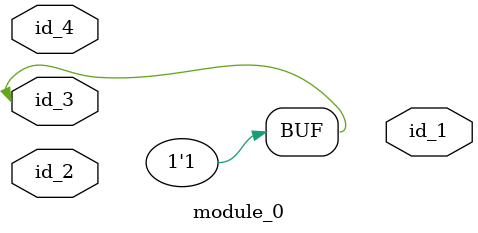
<source format=v>
module module_0 (
    id_1,
    id_2,
    id_3,
    id_4
);
  inout id_4;
  inout id_3;
  inout id_2;
  output id_1;
  assign id_3 = 1;
endmodule

</source>
